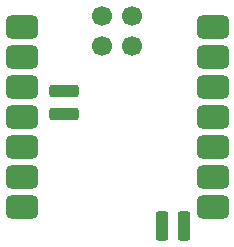
<source format=gbr>
%TF.GenerationSoftware,KiCad,Pcbnew,8.0.5*%
%TF.CreationDate,2024-10-16T14:13:12+03:00*%
%TF.ProjectId,H2Car_BatteryLevelndicator,48324361-725f-4426-9174-746572794c65,rev?*%
%TF.SameCoordinates,Original*%
%TF.FileFunction,Paste,Top*%
%TF.FilePolarity,Positive*%
%FSLAX46Y46*%
G04 Gerber Fmt 4.6, Leading zero omitted, Abs format (unit mm)*
G04 Created by KiCad (PCBNEW 8.0.5) date 2024-10-16 14:13:12*
%MOMM*%
%LPD*%
G01*
G04 APERTURE LIST*
G04 Aperture macros list*
%AMRoundRect*
0 Rectangle with rounded corners*
0 $1 Rounding radius*
0 $2 $3 $4 $5 $6 $7 $8 $9 X,Y pos of 4 corners*
0 Add a 4 corners polygon primitive as box body*
4,1,4,$2,$3,$4,$5,$6,$7,$8,$9,$2,$3,0*
0 Add four circle primitives for the rounded corners*
1,1,$1+$1,$2,$3*
1,1,$1+$1,$4,$5*
1,1,$1+$1,$6,$7*
1,1,$1+$1,$8,$9*
0 Add four rect primitives between the rounded corners*
20,1,$1+$1,$2,$3,$4,$5,0*
20,1,$1+$1,$4,$5,$6,$7,0*
20,1,$1+$1,$6,$7,$8,$9,0*
20,1,$1+$1,$8,$9,$2,$3,0*%
G04 Aperture macros list end*
%ADD10RoundRect,0.500000X-0.875000X-0.500000X0.875000X-0.500000X0.875000X0.500000X-0.875000X0.500000X0*%
%ADD11RoundRect,0.275000X0.975000X0.275000X-0.975000X0.275000X-0.975000X-0.275000X0.975000X-0.275000X0*%
%ADD12RoundRect,0.275000X-0.275000X0.975000X-0.275000X-0.975000X0.275000X-0.975000X0.275000X0.975000X0*%
%ADD13C,1.700000*%
G04 APERTURE END LIST*
D10*
%TO.C,U1*%
X79829000Y-70519100D03*
X79829000Y-73059100D03*
X79829000Y-75599100D03*
X79829000Y-78139100D03*
X79829000Y-80679100D03*
X79829000Y-83219100D03*
X79829000Y-85759100D03*
X95994000Y-85759100D03*
X95994000Y-83219100D03*
X95994000Y-80679100D03*
X95994000Y-78139100D03*
X95994000Y-75599100D03*
X95994000Y-73059100D03*
X95994000Y-70519100D03*
D11*
X83439000Y-77825600D03*
X83439000Y-75920600D03*
D12*
X91694000Y-87376000D03*
X93599000Y-87376000D03*
D13*
X86614000Y-69570600D03*
X89154000Y-69570600D03*
X86614000Y-72110600D03*
X89154000Y-72110600D03*
%TD*%
M02*

</source>
